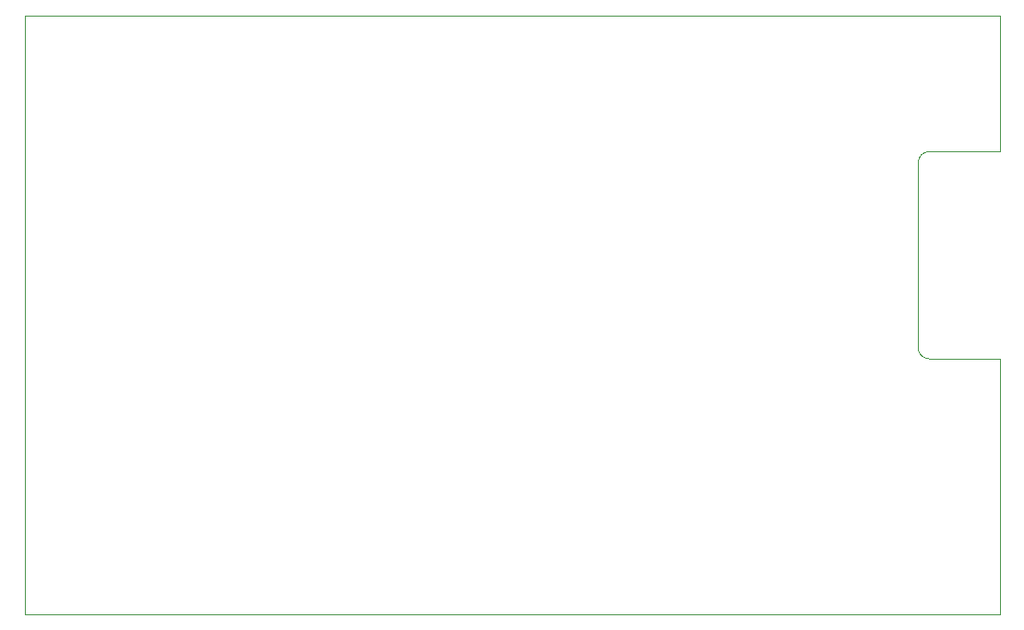
<source format=gm1>
G04 #@! TF.GenerationSoftware,KiCad,Pcbnew,9.0.6*
G04 #@! TF.CreationDate,2026-01-30T16:54:02+01:00*
G04 #@! TF.ProjectId,ESP32_PWM_PCB_large,45535033-325f-4505-974d-5f5043425f6c,1.0*
G04 #@! TF.SameCoordinates,Original*
G04 #@! TF.FileFunction,Profile,NP*
%FSLAX46Y46*%
G04 Gerber Fmt 4.6, Leading zero omitted, Abs format (unit mm)*
G04 Created by KiCad (PCBNEW 9.0.6) date 2026-01-30 16:54:02*
%MOMM*%
%LPD*%
G01*
G04 APERTURE LIST*
G04 #@! TA.AperFunction,Profile*
%ADD10C,0.050000*%
G04 #@! TD*
G04 APERTURE END LIST*
D10*
X208000000Y-85000000D02*
X208000000Y-68000000D01*
X209000000Y-67000000D02*
X215500000Y-67000000D01*
X126000000Y-109500000D02*
X215500000Y-109500000D01*
X126000000Y-54500000D02*
X126000000Y-109500000D01*
X215500000Y-67000000D02*
X215500000Y-54500000D01*
X215500000Y-86000000D02*
X209000000Y-86000000D01*
X215500000Y-109500000D02*
X215500000Y-86000000D01*
X215500000Y-54500000D02*
X126000000Y-54500000D01*
X208000000Y-68000000D02*
G75*
G02*
X209000000Y-67000000I1000000J0D01*
G01*
X209000000Y-86000000D02*
G75*
G02*
X208000000Y-85000000I0J1000000D01*
G01*
M02*

</source>
